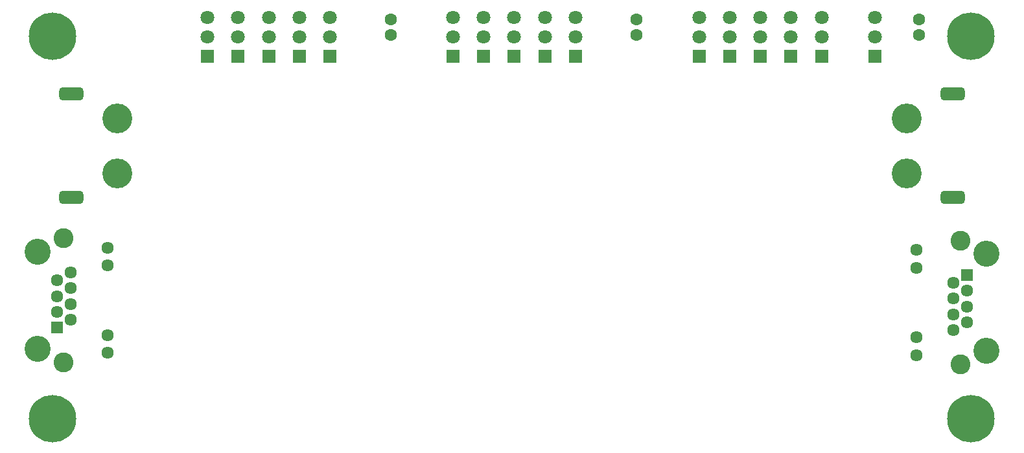
<source format=gbr>
G04*
G04 #@! TF.GenerationSoftware,Altium Limited,Altium Designer,25.1.2 (22)*
G04*
G04 Layer_Color=16711935*
%FSLAX44Y44*%
%MOMM*%
G71*
G04*
G04 #@! TF.SameCoordinates,939082EE-E914-4D5A-B06F-098D18607A17*
G04*
G04*
G04 #@! TF.FilePolarity,Negative*
G04*
G01*
G75*
%ADD61C,1.8032*%
%ADD62R,1.8032X1.8032*%
%ADD63C,1.6000*%
%ADD64C,3.9032*%
G04:AMPARAMS|DCode=65|XSize=1.7032mm|YSize=3.2032mm|CornerRadius=0.4766mm|HoleSize=0mm|Usage=FLASHONLY|Rotation=270.000|XOffset=0mm|YOffset=0mm|HoleType=Round|Shape=RoundedRectangle|*
%AMROUNDEDRECTD65*
21,1,1.7032,2.2500,0,0,270.0*
21,1,0.7500,3.2032,0,0,270.0*
1,1,0.9532,-1.1250,-0.3750*
1,1,0.9532,-1.1250,0.3750*
1,1,0.9532,1.1250,0.3750*
1,1,0.9532,1.1250,-0.3750*
%
%ADD65ROUNDEDRECTD65*%
%ADD66C,6.2032*%
%ADD67C,1.6112*%
%ADD68R,1.6112X1.6112*%
%ADD69C,2.6032*%
%ADD70C,3.4032*%
D61*
X352100Y674990D02*
D03*
Y649590D02*
D03*
X392100Y674990D02*
D03*
Y649590D02*
D03*
X432100Y674990D02*
D03*
Y649590D02*
D03*
X472100Y674990D02*
D03*
Y649590D02*
D03*
X512100Y674990D02*
D03*
Y649590D02*
D03*
X994380Y674990D02*
D03*
Y649590D02*
D03*
X1034380Y674990D02*
D03*
Y649590D02*
D03*
X1074380Y674990D02*
D03*
Y649590D02*
D03*
X1114380Y674990D02*
D03*
Y649590D02*
D03*
X1154380Y674990D02*
D03*
Y649590D02*
D03*
X672880Y674990D02*
D03*
Y649590D02*
D03*
X712880Y674990D02*
D03*
Y649590D02*
D03*
X752880Y674990D02*
D03*
Y649590D02*
D03*
X792880Y674990D02*
D03*
Y649590D02*
D03*
X832880Y674990D02*
D03*
Y649590D02*
D03*
X1224150Y674990D02*
D03*
Y649590D02*
D03*
D62*
X352100Y624190D02*
D03*
X392100D02*
D03*
X432100D02*
D03*
X472100D02*
D03*
X512100D02*
D03*
X994380D02*
D03*
X1034380D02*
D03*
X1074380D02*
D03*
X1114380D02*
D03*
X1154380D02*
D03*
X672880D02*
D03*
X712880D02*
D03*
X752880D02*
D03*
X792880D02*
D03*
X832880D02*
D03*
X1224150D02*
D03*
D63*
X1281310Y672580D02*
D03*
Y652580D02*
D03*
X912860Y672580D02*
D03*
Y652580D02*
D03*
X591700Y672580D02*
D03*
Y652580D02*
D03*
D64*
X1266000Y543500D02*
D03*
Y471500D02*
D03*
X234000Y471500D02*
D03*
Y543500D02*
D03*
D65*
X1326000Y575000D02*
D03*
Y440000D02*
D03*
X174000Y440000D02*
D03*
Y575000D02*
D03*
D66*
X1349800Y150600D02*
D03*
Y650600D02*
D03*
X149800D02*
D03*
Y150600D02*
D03*
D67*
X1278630Y348030D02*
D03*
Y256630D02*
D03*
Y370930D02*
D03*
Y233730D02*
D03*
X1326830Y307430D02*
D03*
X1344630Y297230D02*
D03*
Y317630D02*
D03*
X1326830Y287030D02*
D03*
Y327830D02*
D03*
X1344630Y276830D02*
D03*
X1326830Y266630D02*
D03*
X221370Y259970D02*
D03*
Y351370D02*
D03*
Y237070D02*
D03*
Y374270D02*
D03*
X173170Y300570D02*
D03*
X155370Y310770D02*
D03*
Y290370D02*
D03*
X173170Y320970D02*
D03*
Y280170D02*
D03*
X155370Y331170D02*
D03*
X173170Y341370D02*
D03*
D68*
X1344630Y338030D02*
D03*
X155370Y269970D02*
D03*
D69*
X1335730Y383580D02*
D03*
Y221080D02*
D03*
X164270Y224420D02*
D03*
Y386920D02*
D03*
D70*
X1370030Y365830D02*
D03*
Y238830D02*
D03*
X129970Y242170D02*
D03*
Y369170D02*
D03*
M02*

</source>
